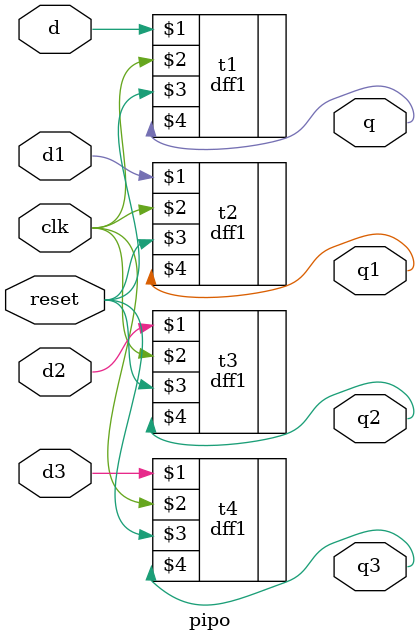
<source format=v>
`include "dff1.v"
module pipo(d,d1,d2,d3,clk,reset,q,q1,q2,q3);
	output q,q1,q2,q3;
	
	input d,d1,d2,d3,clk,reset;
	dff1 t1(d,clk,reset,q);
	dff1 t2(d1,clk,reset,q1);
	dff1 t3(d2,clk,reset,q2);
	dff1 t4(d3,clk,reset,q3);
endmodule	
</source>
